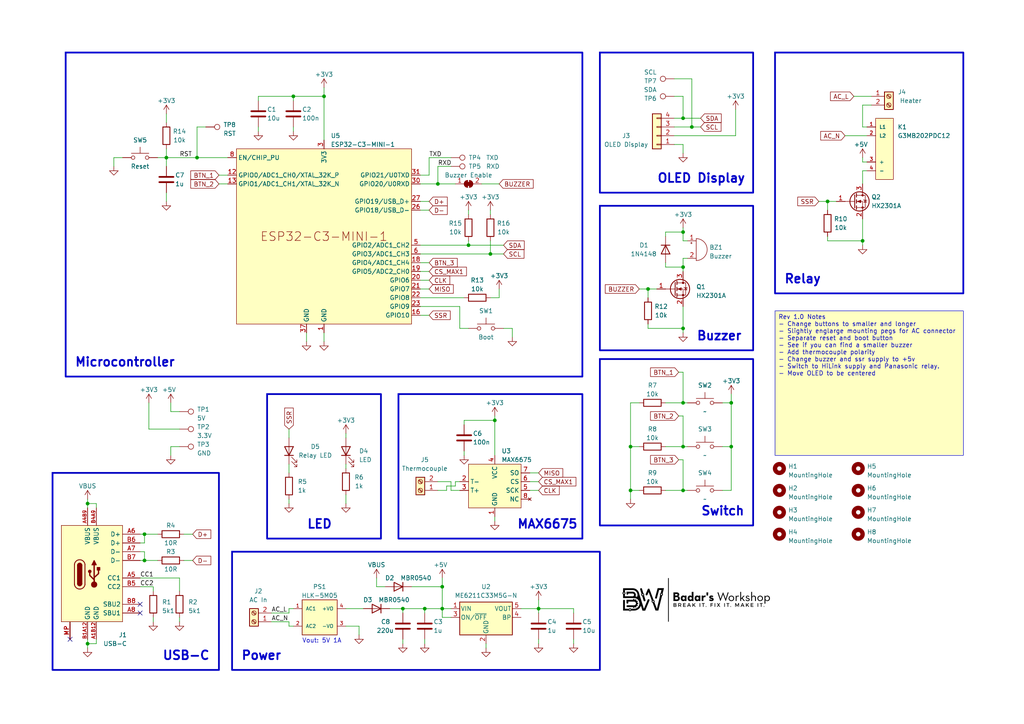
<source format=kicad_sch>
(kicad_sch (version 20230121) (generator eeschema)
  (paper "A4")
  (title_block (title "PCB Reflow Hot Plate") (date "2023-04-13") (rev "1.1"))
  (junction (at 198.12 77.47))
  (junction (at 135.89 71.12))
  (junction (at 198.12 95.25))
  (junction (at 127 53.34))
  (junction (at 128.27 176.53))
  (junction (at 48.26 45.72))
  (junction (at 212.09 129.54))
  (junction (at 212.09 116.84))
  (junction (at 128.27 170.18))
  (junction (at 41.91 154.94))
  (junction (at 182.88 142.24))
  (junction (at 200.66 36.83))
  (junction (at 123.19 176.53))
  (junction (at 182.88 129.54))
  (junction (at 156.21 176.53))
  (junction (at 25.4 186.69))
  (junction (at 143.51 121.92))
  (junction (at 187.96 83.82))
  (junction (at 250.19 69.85))
  (junction (at 198.12 34.29))
  (junction (at 142.24 73.66))
  (junction (at 198.12 67.31))
  (junction (at 198.12 129.54))
  (junction (at 240.03 58.42))
  (junction (at 198.12 142.24))
  (junction (at 85.09 27.94))
  (junction (at 198.12 116.84))
  (junction (at 57.15 45.72))
  (junction (at 116.84 176.53))
  (junction (at 41.91 162.56))
  (junction (at 93.98 27.94))
  (junction (at 25.4 146.05))
  (no_connect (at 20.32 185.42))
  (no_connect (at 40.64 175.26))
  (no_connect (at 40.64 177.8))
  (wire (pts (xy 41.91 162.56) (xy 45.72 162.56)))
  (wire (pts (xy 129.54 142.24) (xy 129.54 140.97)))
  (wire (pts (xy 128.27 167.64) (xy 128.27 170.18)))
  (wire (pts (xy 251.46 46.99) (xy 250.19 46.99)))
  (wire (pts (xy 48.26 45.72) (xy 57.15 45.72)))
  (wire (pts (xy 250.19 46.99) (xy 250.19 45.72)))
  (wire (pts (xy 193.04 116.84) (xy 198.12 116.84)))
  (wire (pts (xy 199.39 69.85) (xy 198.12 69.85)))
  (wire (pts (xy 116.84 176.53) (xy 123.19 176.53)))
  (wire (pts (xy 190.5 83.82) (xy 187.96 83.82)))
  (wire (pts (xy 140.97 187.96) (xy 140.97 186.69)))
  (wire (pts (xy 156.21 176.53) (xy 156.21 177.8)))
  (wire (pts (xy 185.42 142.24) (xy 182.88 142.24)))
  (wire (pts (xy 88.9 96.52) (xy 88.9 99.06)))
  (wire (pts (xy 195.58 22.86) (xy 200.66 22.86)))
  (wire (pts (xy 193.04 67.31) (xy 198.12 67.31)))
  (wire (pts (xy 40.64 160.02) (xy 41.91 160.02)))
  (wire (pts (xy 121.92 71.12) (xy 135.89 71.12)))
  (wire (pts (xy 25.4 185.42) (xy 25.4 186.69)))
  (wire (pts (xy 198.12 107.95) (xy 198.12 116.84)))
  (wire (pts (xy 27.94 146.05) (xy 25.4 146.05)))
  (wire (pts (xy 63.5 50.8) (xy 66.04 50.8)))
  (wire (pts (xy 35.56 45.72) (xy 33.02 45.72)))
  (wire (pts (xy 134.62 121.92) (xy 143.51 121.92)))
  (wire (pts (xy 198.12 78.74) (xy 198.12 77.47)))
  (wire (pts (xy 193.04 76.2) (xy 193.04 77.47)))
  (wire (pts (xy 182.88 142.24) (xy 182.88 144.78)))
  (wire (pts (xy 187.96 95.25) (xy 198.12 95.25)))
  (wire (pts (xy 212.09 114.3) (xy 212.09 116.84)))
  (wire (pts (xy 27.94 186.69) (xy 25.4 186.69)))
  (wire (pts (xy 41.91 157.48) (xy 41.91 154.94)))
  (wire (pts (xy 128.27 170.18) (xy 119.38 170.18)))
  (wire (pts (xy 74.93 29.21) (xy 74.93 27.94)))
  (wire (pts (xy 74.93 27.94) (xy 85.09 27.94)))
  (wire (pts (xy 121.92 81.28) (xy 124.46 81.28)))
  (wire (pts (xy 57.15 45.72) (xy 66.04 45.72)))
  (wire (pts (xy 153.67 139.7) (xy 156.21 139.7)))
  (wire (pts (xy 128.27 170.18) (xy 128.27 176.53)))
  (wire (pts (xy 193.04 142.24) (xy 198.12 142.24)))
  (wire (pts (xy 193.04 129.54) (xy 198.12 129.54)))
  (wire (pts (xy 100.33 181.61) (xy 104.14 181.61)))
  (wire (pts (xy 121.92 78.74) (xy 124.46 78.74)))
  (wire (pts (xy 198.12 95.25) (xy 198.12 88.9)))
  (wire (pts (xy 250.19 49.53) (xy 251.46 49.53)))
  (wire (pts (xy 134.62 132.08) (xy 134.62 130.81)))
  (wire (pts (xy 130.81 179.07) (xy 128.27 179.07)))
  (wire (pts (xy 250.19 30.48) (xy 250.19 36.83)))
  (wire (pts (xy 49.53 132.08) (xy 49.53 129.54)))
  (wire (pts (xy 44.45 179.07) (xy 44.45 180.34)))
  (wire (pts (xy 43.18 124.46) (xy 43.18 116.84)))
  (wire (pts (xy 124.46 45.72) (xy 130.81 45.72)))
  (wire (pts (xy 121.92 91.44) (xy 124.46 91.44)))
  (wire (pts (xy 198.12 66.04) (xy 198.12 67.31)))
  (wire (pts (xy 83.82 124.46) (xy 83.82 127)))
  (wire (pts (xy 109.22 170.18) (xy 109.22 167.64)))
  (wire (pts (xy 116.84 185.42) (xy 116.84 186.69)))
  (wire (pts (xy 57.15 36.83) (xy 57.15 45.72)))
  (wire (pts (xy 212.09 116.84) (xy 212.09 129.54)))
  (wire (pts (xy 124.46 50.8) (xy 124.46 45.72)))
  (wire (pts (xy 187.96 93.98) (xy 187.96 95.25)))
  (wire (pts (xy 127 48.26) (xy 127 53.34)))
  (wire (pts (xy 185.42 116.84) (xy 182.88 116.84)))
  (wire (pts (xy 250.19 63.5) (xy 250.19 69.85)))
  (wire (pts (xy 53.34 162.56) (xy 55.88 162.56)))
  (wire (pts (xy 240.03 60.96) (xy 240.03 58.42)))
  (wire (pts (xy 121.92 58.42) (xy 124.46 58.42)))
  (wire (pts (xy 121.92 86.36) (xy 134.62 86.36)))
  (wire (pts (xy 40.64 157.48) (xy 41.91 157.48)))
  (wire (pts (xy 198.12 96.52) (xy 198.12 95.25)))
  (wire (pts (xy 198.12 142.24) (xy 199.39 142.24)))
  (wire (pts (xy 78.74 177.8) (xy 83.82 177.8)))
  (wire (pts (xy 198.12 69.85) (xy 198.12 67.31)))
  (wire (pts (xy 121.92 53.34) (xy 127 53.34)))
  (wire (pts (xy 148.59 95.25) (xy 148.59 97.79)))
  (wire (pts (xy 237.49 58.42) (xy 240.03 58.42)))
  (wire (pts (xy 41.91 154.94) (xy 45.72 154.94)))
  (wire (pts (xy 49.53 119.38) (xy 49.53 116.84)))
  (wire (pts (xy 133.35 95.25) (xy 135.89 95.25)))
  (wire (pts (xy 166.37 176.53) (xy 156.21 176.53)))
  (wire (pts (xy 198.12 44.45) (xy 198.12 41.91)))
  (wire (pts (xy 121.92 83.82) (xy 124.46 83.82)))
  (wire (pts (xy 129.54 140.97) (xy 132.08 140.97)))
  (wire (pts (xy 252.73 30.48) (xy 250.19 30.48)))
  (wire (pts (xy 213.36 39.37) (xy 213.36 31.75)))
  (wire (pts (xy 240.03 69.85) (xy 250.19 69.85)))
  (wire (pts (xy 27.94 185.42) (xy 27.94 186.69)))
  (wire (pts (xy 182.88 129.54) (xy 182.88 142.24)))
  (wire (pts (xy 144.78 86.36) (xy 142.24 86.36)))
  (wire (pts (xy 212.09 142.24) (xy 209.55 142.24)))
  (wire (pts (xy 193.04 68.58) (xy 193.04 67.31)))
  (wire (pts (xy 59.69 36.83) (xy 57.15 36.83)))
  (wire (pts (xy 127 139.7) (xy 130.81 139.7)))
  (wire (pts (xy 48.26 33.02) (xy 48.26 35.56)))
  (wire (pts (xy 83.82 180.34) (xy 83.82 181.61)))
  (wire (pts (xy 93.98 96.52) (xy 93.98 99.06)))
  (wire (pts (xy 83.82 181.61) (xy 85.09 181.61)))
  (wire (pts (xy 143.51 121.92) (xy 143.51 132.08)))
  (wire (pts (xy 63.5 53.34) (xy 66.04 53.34)))
  (wire (pts (xy 93.98 25.4) (xy 93.98 27.94)))
  (wire (pts (xy 156.21 173.99) (xy 156.21 176.53)))
  (wire (pts (xy 195.58 27.94) (xy 198.12 27.94)))
  (wire (pts (xy 100.33 146.05) (xy 100.33 143.51)))
  (wire (pts (xy 127 142.24) (xy 129.54 142.24)))
  (wire (pts (xy 121.92 60.96) (xy 124.46 60.96)))
  (wire (pts (xy 240.03 58.42) (xy 242.57 58.42)))
  (wire (pts (xy 209.55 129.54) (xy 212.09 129.54)))
  (wire (pts (xy 212.09 129.54) (xy 212.09 142.24)))
  (wire (pts (xy 195.58 34.29) (xy 198.12 34.29)))
  (wire (pts (xy 100.33 134.62) (xy 100.33 135.89)))
  (wire (pts (xy 83.82 177.8) (xy 83.82 176.53)))
  (wire (pts (xy 198.12 129.54) (xy 199.39 129.54)))
  (wire (pts (xy 121.92 88.9) (xy 133.35 88.9)))
  (wire (pts (xy 198.12 120.65) (xy 198.12 129.54)))
  (wire (pts (xy 166.37 177.8) (xy 166.37 176.53)))
  (wire (pts (xy 121.92 73.66) (xy 142.24 73.66)))
  (wire (pts (xy 139.7 53.34) (xy 144.78 53.34)))
  (wire (pts (xy 143.51 120.65) (xy 143.51 121.92)))
  (wire (pts (xy 100.33 125.73) (xy 100.33 127)))
  (wire (pts (xy 85.09 27.94) (xy 93.98 27.94)))
  (wire (pts (xy 27.94 147.32) (xy 27.94 146.05)))
  (wire (pts (xy 187.96 83.82) (xy 187.96 86.36)))
  (wire (pts (xy 40.64 170.18) (xy 44.45 170.18)))
  (wire (pts (xy 132.08 140.97) (xy 132.08 139.7)))
  (wire (pts (xy 196.85 133.35) (xy 198.12 133.35)))
  (wire (pts (xy 127 53.34) (xy 132.08 53.34)))
  (wire (pts (xy 48.26 43.18) (xy 48.26 45.72)))
  (wire (pts (xy 41.91 160.02) (xy 41.91 162.56)))
  (wire (pts (xy 133.35 88.9) (xy 133.35 95.25)))
  (wire (pts (xy 143.51 151.13) (xy 143.51 149.86)))
  (wire (pts (xy 185.42 83.82) (xy 187.96 83.82)))
  (wire (pts (xy 74.93 38.1) (xy 74.93 36.83)))
  (wire (pts (xy 52.07 167.64) (xy 52.07 171.45)))
  (wire (pts (xy 93.98 27.94) (xy 93.98 40.64)))
  (wire (pts (xy 44.45 170.18) (xy 44.45 171.45)))
  (wire (pts (xy 48.26 58.42) (xy 48.26 55.88)))
  (wire (pts (xy 142.24 73.66) (xy 146.05 73.66)))
  (wire (pts (xy 41.91 162.56) (xy 40.64 162.56)))
  (wire (pts (xy 198.12 74.93) (xy 199.39 74.93)))
  (wire (pts (xy 49.53 129.54) (xy 52.07 129.54)))
  (wire (pts (xy 142.24 60.96) (xy 142.24 62.23)))
  (wire (pts (xy 134.62 123.19) (xy 134.62 121.92)))
  (wire (pts (xy 135.89 71.12) (xy 146.05 71.12)))
  (wire (pts (xy 78.74 180.34) (xy 83.82 180.34)))
  (wire (pts (xy 85.09 29.21) (xy 85.09 27.94)))
  (wire (pts (xy 144.78 86.36) (xy 144.78 83.82)))
  (wire (pts (xy 250.19 49.53) (xy 250.19 53.34)))
  (wire (pts (xy 130.81 142.24) (xy 130.81 139.7)))
  (wire (pts (xy 198.12 41.91) (xy 195.58 41.91)))
  (wire (pts (xy 135.89 60.96) (xy 135.89 62.23)))
  (wire (pts (xy 209.55 116.84) (xy 212.09 116.84)))
  (wire (pts (xy 198.12 133.35) (xy 198.12 142.24)))
  (wire (pts (xy 132.08 139.7) (xy 133.35 139.7)))
  (wire (pts (xy 52.07 124.46) (xy 43.18 124.46)))
  (wire (pts (xy 251.46 36.83) (xy 250.19 36.83)))
  (wire (pts (xy 83.82 146.05) (xy 83.82 144.78)))
  (wire (pts (xy 195.58 36.83) (xy 200.66 36.83)))
  (wire (pts (xy 83.82 176.53) (xy 85.09 176.53)))
  (wire (pts (xy 247.65 27.94) (xy 252.73 27.94)))
  (wire (pts (xy 250.19 69.85) (xy 250.19 71.12)))
  (wire (pts (xy 123.19 176.53) (xy 123.19 177.8)))
  (wire (pts (xy 128.27 179.07) (xy 128.27 176.53)))
  (wire (pts (xy 100.33 176.53) (xy 105.41 176.53)))
  (wire (pts (xy 33.02 45.72) (xy 33.02 48.26)))
  (wire (pts (xy 127 48.26) (xy 130.81 48.26)))
  (wire (pts (xy 48.26 45.72) (xy 48.26 48.26)))
  (wire (pts (xy 130.81 176.53) (xy 128.27 176.53)))
  (wire (pts (xy 146.05 95.25) (xy 148.59 95.25)))
  (wire (pts (xy 135.89 69.85) (xy 135.89 71.12)))
  (wire (pts (xy 121.92 50.8) (xy 124.46 50.8)))
  (wire (pts (xy 25.4 146.05) (xy 25.4 147.32)))
  (wire (pts (xy 195.58 39.37) (xy 213.36 39.37)))
  (wire (pts (xy 123.19 185.42) (xy 123.19 186.69)))
  (wire (pts (xy 185.42 129.54) (xy 182.88 129.54)))
  (wire (pts (xy 45.72 45.72) (xy 48.26 45.72)))
  (wire (pts (xy 196.85 107.95) (xy 198.12 107.95)))
  (wire (pts (xy 85.09 38.1) (xy 85.09 36.83)))
  (wire (pts (xy 104.14 181.61) (xy 104.14 184.15)))
  (wire (pts (xy 111.76 170.18) (xy 109.22 170.18)))
  (wire (pts (xy 133.35 142.24) (xy 130.81 142.24)))
  (wire (pts (xy 113.03 176.53) (xy 116.84 176.53)))
  (wire (pts (xy 193.04 77.47) (xy 198.12 77.47)))
  (wire (pts (xy 123.19 176.53) (xy 128.27 176.53)))
  (wire (pts (xy 116.84 176.53) (xy 116.84 177.8)))
  (wire (pts (xy 182.88 116.84) (xy 182.88 129.54)))
  (wire (pts (xy 198.12 77.47) (xy 198.12 74.93)))
  (wire (pts (xy 200.66 36.83) (xy 203.2 36.83)))
  (wire (pts (xy 40.64 167.64) (xy 52.07 167.64)))
  (wire (pts (xy 25.4 186.69) (xy 25.4 187.96)))
  (wire (pts (xy 153.67 142.24) (xy 156.21 142.24)))
  (wire (pts (xy 53.34 154.94) (xy 55.88 154.94)))
  (wire (pts (xy 151.13 176.53) (xy 156.21 176.53)))
  (wire (pts (xy 25.4 144.78) (xy 25.4 146.05)))
  (wire (pts (xy 198.12 34.29) (xy 203.2 34.29)))
  (wire (pts (xy 198.12 27.94) (xy 198.12 34.29)))
  (wire (pts (xy 40.64 154.94) (xy 41.91 154.94)))
  (wire (pts (xy 166.37 185.42) (xy 166.37 186.69)))
  (wire (pts (xy 142.24 69.85) (xy 142.24 73.66)))
  (wire (pts (xy 198.12 116.84) (xy 199.39 116.84)))
  (wire (pts (xy 121.92 76.2) (xy 124.46 76.2)))
  (wire (pts (xy 52.07 119.38) (xy 49.53 119.38)))
  (wire (pts (xy 156.21 185.42) (xy 156.21 186.69)))
  (wire (pts (xy 240.03 68.58) (xy 240.03 69.85)))
  (wire (pts (xy 52.07 180.34) (xy 52.07 179.07)))
  (wire (pts (xy 245.11 39.37) (xy 251.46 39.37)))
  (wire (pts (xy 153.67 137.16) (xy 156.21 137.16)))
  (wire (pts (xy 200.66 22.86) (xy 200.66 36.83)))
  (wire (pts (xy 83.82 137.16) (xy 83.82 134.62)))
  (wire (pts (xy 196.85 120.65) (xy 198.12 120.65)))
  (rectangle (start 173.99 104.14) (end 218.44 152.4) (stroke (width 0.508)))
  (rectangle (start 115.57 114.3) (end 168.91 156.21) (stroke (width 0.508)))
  (rectangle (start 19.05 15.24) (end 168.91 109.22) (stroke (width 0.508)))
  (rectangle (start 77.47 114.3) (end 110.49 156.21) (stroke (width 0.508)))
  (rectangle (start 15.24 137.16) (end 63.5 194.31) (stroke (width 0.508)))
  (rectangle (start 173.99 59.69) (end 218.44 101.6) (stroke (width 0.508)))
  (rectangle (start 173.99 15.24) (end 218.44 55.88) (stroke (width 0.508)))
  (rectangle (start 67.31 160.02) (end 173.99 194.31) (stroke (width 0.508)))
  (rectangle (start 224.79 15.24) (end 279.4 85.09) (stroke (width 0.508)))
  (image (at 201.93 173.99) (scale 0.319179))
  (text_box "Rev 1.0 Notes\n- Change buttons to smaller and longer\n- Slightly englarge mounting pegs for AC connector\n- Separate reset and boot button\n- See if you can find a smaller buzzer\n- Add thermocouple polarity\n- Change buzzer and ssr supply to +5v\n- Switch to HiLink supply and Panasonic relay. \n- Move OLED to be centered\n\n" (at 224.79 90.17 0) (size 54.61 41.91) (fill (type color) (color 255 255 194 1)) (effects (font (size 1.27 1.27)) (justify left top)))
  (text "LED" (at 88.9 153.67 0) (effects (font (size 2.54 2.54) (thickness 0.508) bold) (justify left bottom)))
  (text "USB-C" (at 46.99 191.77 0) (effects (font (size 2.54 2.54) (thickness 0.508) bold) (justify left bottom)))
  (text "Power" (at 69.85 191.77 0) (effects (font (size 2.54 2.54) (thickness 0.508) bold) (justify left bottom)))
  (text "Relay" (at 227.33 82.55 0) (effects (font (size 2.54 2.54) (thickness 0.508) bold) (justify left bottom)))
  (text "Switch" (at 203.2 149.86 0) (effects (font (size 2.54 2.54) (thickness 0.508) bold) (justify left bottom)))
  (text "MAX6675" (at 149.86 153.67 0) (effects (font (size 2.54 2.54) (thickness 0.508) bold) (justify left bottom)))
  (text "Vout: 5V 1A" (at 87.63 186.69 0) (effects (font (size 1.27 1.27)) (justify left bottom)))
  (text "Microcontroller" (at 21.59 106.68 0) (effects (font (size 2.54 2.54) (thickness 0.508) bold) (justify left bottom)))
  (text "Buzzer" (at 201.93 99.06 0) (effects (font (size 2.54 2.54) (thickness 0.508) bold) (justify left bottom)))
  (text "OLED Display" (at 190.5 53.34 0) (effects (font (size 2.54 2.54) (thickness 0.508) bold) (justify left bottom)))
  (label "RST" (at 52.07 45.72 0))
  (label "CC1" (at 40.64 167.64 0))
  (label "RXD" (at 127 48.26 0))
  (label "AC_N" (at 78.74 180.34 0))
  (label "TXD" (at 124.46 45.72 0))
  (label "CC2" (at 40.64 170.18 0))
  (label "AC_L" (at 78.74 177.8 0))
  (global_label "SSR" (shape input) (at 237.49 58.42 180) (property "Intersheetrefs" "${INTERSHEET_REFS}" (effects hide)))
  (global_label "D+" (shape input) (at 124.46 58.42 0) (property "Intersheetrefs" "${INTERSHEET_REFS}" (effects hide)))
  (global_label "SDA" (shape input) (at 203.2 34.29 0) (property "Intersheetrefs" "${INTERSHEET_REFS}" (effects hide)))
  (global_label "BTN_2" (shape input) (at 63.5 53.34 180) (property "Intersheetrefs" "${INTERSHEET_REFS}" (effects hide)))
  (global_label "SCL" (shape input) (at 146.05 73.66 0) (property "Intersheetrefs" "${INTERSHEET_REFS}" (effects hide)))
  (global_label "CS_MAX1" (shape input) (at 124.46 78.74 0) (property "Intersheetrefs" "${INTERSHEET_REFS}" (effects hide)))
  (global_label "D-" (shape input) (at 55.88 162.56 0) (property "Intersheetrefs" "${INTERSHEET_REFS}" (effects hide)))
  (global_label "SSR" (shape input) (at 83.82 124.46 90) (property "Intersheetrefs" "${INTERSHEET_REFS}" (effects hide)))
  (global_label "BUZZER" (shape input) (at 144.78 53.34 0) (property "Intersheetrefs" "${INTERSHEET_REFS}" (effects hide)))
  (global_label "SCL" (shape input) (at 203.2 36.83 0) (property "Intersheetrefs" "${INTERSHEET_REFS}" (effects hide)))
  (global_label "AC_L" (shape input) (at 247.65 27.94 180) (property "Intersheetrefs" "${INTERSHEET_REFS}" (effects hide)))
  (global_label "BTN_1" (shape input) (at 63.5 50.8 180) (property "Intersheetrefs" "${INTERSHEET_REFS}" (effects hide)))
  (global_label "D+" (shape input) (at 55.88 154.94 0) (property "Intersheetrefs" "${INTERSHEET_REFS}" (effects hide)))
  (global_label "BUZZER" (shape input) (at 185.42 83.82 180) (property "Intersheetrefs" "${INTERSHEET_REFS}" (effects hide)))
  (global_label "BTN_3" (shape input) (at 124.46 76.2 0) (property "Intersheetrefs" "${INTERSHEET_REFS}" (effects hide)))
  (global_label "MISO" (shape input) (at 124.46 83.82 0) (property "Intersheetrefs" "${INTERSHEET_REFS}" (effects hide)))
  (global_label "AC_N" (shape input) (at 245.11 39.37 180) (property "Intersheetrefs" "${INTERSHEET_REFS}" (effects hide)))
  (global_label "D-" (shape input) (at 124.46 60.96 0) (property "Intersheetrefs" "${INTERSHEET_REFS}" (effects hide)))
  (global_label "BTN_2" (shape input) (at 196.85 120.65 180) (property "Intersheetrefs" "${INTERSHEET_REFS}" (effects hide)))
  (global_label "SSR" (shape input) (at 124.46 91.44 0) (property "Intersheetrefs" "${INTERSHEET_REFS}" (effects hide)))
  (global_label "SDA" (shape input) (at 146.05 71.12 0) (property "Intersheetrefs" "${INTERSHEET_REFS}" (effects hide)))
  (global_label "BTN_1" (shape input) (at 196.85 107.95 180) (property "Intersheetrefs" "${INTERSHEET_REFS}" (effects hide)))
  (global_label "CLK" (shape input) (at 124.46 81.28 0) (property "Intersheetrefs" "${INTERSHEET_REFS}" (effects hide)))
  (global_label "MISO" (shape input) (at 156.21 137.16 0) (property "Intersheetrefs" "${INTERSHEET_REFS}" (effects hide)))
  (global_label "BTN_3" (shape input) (at 196.85 133.35 180) (property "Intersheetrefs" "${INTERSHEET_REFS}" (effects hide)))
  (global_label "CS_MAX1" (shape input) (at 156.21 139.7 0) (property "Intersheetrefs" "${INTERSHEET_REFS}" (effects hide)))
  (global_label "CLK" (shape input) (at 156.21 142.24 0) (property "Intersheetrefs" "${INTERSHEET_REFS}" (effects hide)))
  (symbol (lib_id "power:GND") (at 140.97 187.96 0) (unit 1)
    (property "Reference" "#PWR040" (effects hide))
    (property "Value" "GND" (effects hide))
  )
  (symbol (lib_id "Device:R") (at 48.26 39.37 0) (unit 1)
    (property "Reference" "R14" (at 52.07 38.1 0))
    (property "Value" "10k" (at 52.07 40.64 0))
    (property "Footprint" "Resistor_SMD:R_0402_1005Metric" (effects hide))
    (property "LCSC Part Number" "C98220" (effects hide))
    (property "Manufacturer" "YAGEO" (effects hide))
    (property "Part Number" "RC0603FR-0710KL" (effects hide))
  )
  (symbol (lib_id "Transistor_FET:IRLML2060") (at 247.65 58.42 0) (unit 1)
    (property "Reference" "Q2" (at 252.73 57.15 0) (effects (justify left)))
    (property "Value" "HX2301A" (at 252.73 59.69 0) (effects (justify left)))
    (property "Footprint" "Package_TO_SOT_SMD:SOT-23" (effects hide))
    (property "Datasheet" "https://datasheet.lcsc.com/lcsc/1912111437_HX-hengjiaxing-HX2301A_C296298.pdf" (effects hide))
    (property "LCSC Part Number" "C296298" (effects hide))
    (property "Manufacturer" "HX" (effects hide))
    (property "Part Number" "HX2301A" (effects hide))
  )
  (symbol (lib_id "Device:R") (at 138.43 86.36 270) (unit 1)
    (property "Reference" "R13" (at 138.43 81.28 90))
    (property "Value" "10k" (at 138.43 83.82 90))
    (property "Footprint" "Resistor_SMD:R_0402_1005Metric" (effects hide))
    (property "LCSC Part Number" "C98220" (effects hide))
    (property "Manufacturer" "YAGEO" (effects hide))
    (property "Part Number" "RC0603FR-0710KL" (effects hide))
  )
  (symbol (lib_id "power:+3V3") (at 212.09 114.3 0) (unit 1)
    (property "Reference" "#PWR036" (effects hide))
    (property "Value" "+3V3" (at 212.09 110.49 0))
  )
  (symbol (lib_id "power:GND") (at 33.02 48.26 0) (unit 1)
    (property "Reference" "#PWR08" (effects hide))
    (property "Value" "GND" (effects hide))
  )
  (symbol (lib_id "Mechanical:MountingHole") (at 248.92 142.24 0) (unit 1) (in_bom no)
    (property "Reference" "H6" (at 251.46 141.605 0) (effects (justify left)))
    (property "Value" "MountingHole" (at 251.46 144.145 0) (effects (justify left)))
    (property "Footprint" "MountingHole:MountingHole_2.2mm_M2_Pad" (effects hide))
  )
  (symbol (lib_id "Espressif:ESP32-C3-MINI-1") (at 93.98 68.58 0) (unit 1)
    (property "Reference" "U5" (at 95.9359 39.37 0) (effects (justify left)))
    (property "Value" "ESP32-C3-MINI-1" (at 95.9359 41.91 0) (effects (justify left)))
    (property "Footprint" "Espressif:ESP32-C3-MINI-1" (effects hide))
    (property "Datasheet" "https://www.espressif.com/sites/default/files/documentation/esp32-c3-mini-1_datasheet_en.pdf" (effects hide))
    (property "LCSC Part Number" "C5290152" (effects hide))
    (property "Manufacturer" "Espressif Systems" (effects hide))
    (property "Part Number" "ESP32-C3-MINI-1-N4" (effects hide))
  )
  (symbol (lib_id "Jumper:SolderJumper_2_Bridged") (at 135.89 53.34 0) (unit 1) (in_bom no)
    (property "Reference" "JP1" (effects hide))
    (property "Value" "Buzzer Enable" (at 135.89 50.8 0))
    (property "Footprint" "Jumper:SolderJumper-2_P1.3mm_Bridged_RoundedPad1.0x1.5mm" (effects hide))
  )
  (symbol (lib_id "Device:R") (at 49.53 154.94 90) (unit 1)
    (property "Reference" "R4" (at 49.53 152.4 90))
    (property "Value" "10R" (at 49.53 157.48 90))
    (property "Footprint" "Resistor_SMD:R_0402_1005Metric" (effects hide))
    (property "LCSC Part Number" "C138066" (effects hide))
    (property "Manufacturer" "YAGEO" (effects hide))
    (property "Part Number" "RC0402FR-0710RL" (effects hide))
  )
  (symbol (lib_id "power:GND") (at 100.33 146.05 0) (unit 1)
    (property "Reference" "#PWR046" (effects hide))
    (property "Value" "GND" (effects hide))
  )
  (symbol (lib_id "Mechanical:MountingHole") (at 248.92 135.89 0) (unit 1) (in_bom no)
    (property "Reference" "H5" (at 251.46 135.255 0) (effects (justify left)))
    (property "Value" "MountingHole" (at 251.46 137.795 0) (effects (justify left)))
    (property "Footprint" "MountingHole:MountingHole_2.2mm_M2_Pad" (effects hide))
  )
  (symbol (lib_id "power:GND") (at 198.12 96.52 0) (unit 1)
    (property "Reference" "#PWR033" (effects hide))
    (property "Value" "GND" (effects hide))
  )
  (symbol (lib_id "Switch:SW_Push") (at 204.47 116.84 0) (unit 1)
    (property "Reference" "SW2" (at 204.47 111.76 0))
    (property "Value" "~" (at 204.47 119.38 0))
    (property "Footprint" "pcb-reflow-hot-plate:TL3305AF260QG" (effects hide))
    (property "LCSC Part Number" "C843607" (effects hide))
    (property "Manufacturer" "G-Switch" (effects hide))
    (property "Part Number" "GT-TC074B-H050-L1" (effects hide))
  )
  (symbol (lib_id "Device:D") (at 193.04 72.39 270) (unit 1)
    (property "Reference" "D1" (at 185.42 71.12 90) (effects (justify left)))
    (property "Value" "1N4148" (at 182.88 73.66 90) (effects (justify left)))
    (property "Footprint" "Diode_SMD:D_SOD-123" (effects hide))
    (property "LCSC Part Number" "C83528" (effects hide))
    (property "Manufacturer" "Diodes Incorporated" (effects hide))
    (property "Part Number" "1N4148W-7-F" (effects hide))
  )
  (symbol (lib_id "Transistor_FET:IRLML2060") (at 195.58 83.82 0) (unit 1)
    (property "Reference" "Q1" (at 201.93 83.185 0) (effects (justify left)))
    (property "Value" "HX2301A" (at 201.93 85.725 0) (effects (justify left)))
    (property "Footprint" "Package_TO_SOT_SMD:SOT-23" (effects hide))
    (property "Datasheet" "https://datasheet.lcsc.com/lcsc/1912111437_HX-hengjiaxing-HX2301A_C296298.pdf" (effects hide))
    (property "LCSC Part Number" "C296298" (effects hide))
    (property "Manufacturer" "HX" (effects hide))
    (property "Part Number" "HX2301A" (effects hide))
  )
  (symbol (lib_id "Connector:TestPoint") (at 52.07 129.54 270) (unit 1) (in_bom no)
    (property "Reference" "TP3" (at 57.15 128.905 90) (effects (justify left)))
    (property "Value" "GND" (at 57.15 131.445 90) (effects (justify left)))
    (property "Footprint" "TestPoint:TestPoint_Pad_D1.5mm" (effects hide))
  )
  (symbol (lib_id "power:+5V") (at 49.53 116.84 0) (unit 1)
    (property "Reference" "#PWR012" (effects hide))
    (property "Value" "+5V" (at 46.99 113.03 0) (effects (justify left)))
  )
  (symbol (lib_id "Connector:TestPoint") (at 195.58 27.94 90) (unit 1) (in_bom no)
    (property "Reference" "TP6" (at 190.5 28.575 90) (effects (justify left)))
    (property "Value" "SDA" (at 190.5 26.035 90) (effects (justify left)))
    (property "Footprint" "TestPoint:TestPoint_Pad_D1.5mm" (effects hide))
  )
  (symbol (lib_id "power:GND") (at 44.45 180.34 0) (unit 1)
    (property "Reference" "#PWR022" (effects hide))
    (property "Value" "GND" (effects hide))
  )
  (symbol (lib_id "Switch:SW_Push") (at 204.47 142.24 0) (unit 1)
    (property "Reference" "SW4" (at 204.47 137.16 0))
    (property "Value" "~" (at 204.47 144.78 0))
    (property "Footprint" "pcb-reflow-hot-plate:TL3305AF260QG" (effects hide))
    (property "LCSC Part Number" "C843607" (effects hide))
    (property "Manufacturer" "G-Switch" (effects hide))
    (property "Part Number" "GT-TC074B-H050-L1" (effects hide))
  )
  (symbol (lib_id "power:GND") (at 85.09 38.1 0) (unit 1)
    (property "Reference" "#PWR029" (effects hide))
    (property "Value" "GND" (effects hide))
  )
  (symbol (lib_id "power:GND") (at 148.59 97.79 0) (unit 1)
    (property "Reference" "#PWR06" (effects hide))
    (property "Value" "GND" (effects hide))
  )
  (symbol (lib_id "Connector:Screw_Terminal_01x02") (at 257.81 27.94 0) (unit 1)
    (property "Reference" "J4" (at 261.62 26.67 0))
    (property "Value" "Heater" (at 264.16 29.21 0))
    (property "Footprint" "TerminalBlock_RND:TerminalBlock_RND_205-00001_1x02_P5.00mm_Horizontal" (effects hide))
    (property "LCSC Part Number" "C395860" (effects hide))
    (property "Manufacturer" "DIBO" (effects hide))
    (property "Part Number" "DB128V-5.0-2P-GN-S" (effects hide))
  )
  (symbol (lib_id "power:GND") (at 156.21 186.69 0) (unit 1)
    (property "Reference" "#PWR043" (effects hide))
    (property "Value" "GND" (effects hide))
  )
  (symbol (lib_id "Switch:SW_Push") (at 40.64 45.72 0) (unit 1)
    (property "Reference" "SW5" (at 40.64 40.64 0))
    (property "Value" "Reset" (at 40.64 48.26 0))
    (property "Footprint" "pcb-reflow-hot-plate:GT-TC034F-H018-L1" (effects hide))
    (property "LCSC Part Number" "C2835023" (effects hide))
    (property "Manufacturer" "G-Switch" (effects hide))
    (property "Part Number" "GT-TC034F-H018-L1" (effects hide))
  )
  (symbol (lib_id "Device:R") (at 52.07 175.26 0) (unit 1)
    (property "Reference" "R2" (at 54.61 174.625 0) (effects (justify left)))
    (property "Value" "5k1" (at 54.61 177.165 0) (effects (justify left)))
    (property "Footprint" "Resistor_SMD:R_0402_1005Metric" (effects hide))
    (property "LCSC Part Number" "C105872" (effects hide))
    (property "Manufacturer" "YAGEO" (effects hide))
    (property "Part Number" "RC0402FR-075K1L" (effects hide))
  )
  (symbol (lib_id "power:+3V3") (at 198.12 66.04 0) (unit 1)
    (property "Reference" "#PWR034" (effects hide))
    (property "Value" "+3V3" (at 198.12 62.23 0))
  )
  (symbol (lib_id "Connector:TestPoint") (at 130.81 48.26 270) (unit 1) (in_bom no)
    (property "Reference" "TP5" (at 135.89 48.26 90) (effects (justify left)))
    (property "Value" "RXD" (at 140.97 48.26 90) (effects (justify left)))
    (property "Footprint" "TestPoint:TestPoint_Pad_D1.5mm" (effects hide))
  )
  (symbol (lib_id "Device:R") (at 142.24 66.04 0) (unit 1)
    (property "Reference" "R16" (at 146.05 64.77 0))
    (property "Value" "10k" (at 146.05 67.31 0))
    (property "Footprint" "Resistor_SMD:R_0402_1005Metric" (effects hide))
    (property "LCSC Part Number" "C98220" (effects hide))
    (property "Manufacturer" "YAGEO" (effects hide))
    (property "Part Number" "RC0603FR-0710KL" (effects hide))
  )
  (symbol (lib_id "power:GND") (at 93.98 99.06 0) (unit 1)
    (property "Reference" "#PWR026" (effects hide))
    (property "Value" "GND" (effects hide))
  )
  (symbol (lib_id "power:VBUS") (at 25.4 144.78 0) (unit 1)
    (property "Reference" "#PWR021" (effects hide))
    (property "Value" "VBUS" (at 25.4 140.97 0))
  )
  (symbol (lib_id "power:GND") (at 143.51 151.13 0) (unit 1)
    (property "Reference" "#PWR049" (effects hide))
    (property "Value" "GND" (effects hide))
  )
  (symbol (lib_id "power:GND") (at 74.93 38.1 0) (unit 1)
    (property "Reference" "#PWR028" (effects hide))
    (property "Value" "GND" (effects hide))
  )
  (symbol (lib_id "Device:C") (at 134.62 127 0) (unit 1)
    (property "Reference" "C6" (at 137.16 125.73 0) (effects (justify left)))
    (property "Value" "100n" (at 137.16 128.27 0) (effects (justify left)))
    (property "Footprint" "Capacitor_SMD:C_0402_1005Metric" (effects hide))
    (property "LCSC Part Number" "C126523" (effects hide))
    (property "Manufacturer" "Murata Electronics" (effects hide))
    (property "Part Number" "GCM155R71C104KA40D" (effects hide))
  )
  (symbol (lib_id "Device:Buzzer") (at 201.93 72.39 0) (unit 1)
    (property "Reference" "BZ1" (at 205.74 71.755 0) (effects (justify left)))
    (property "Value" "Buzzer" (at 205.74 74.295 0) (effects (justify left)))
    (property "Footprint" "Buzzer_Beeper:Buzzer_12x9.5RM7.6" (effects hide))
    (property "LCSC Part Number" "C96102" (effects hide))
    (property "Part Number" "HNB09A03" (effects hide))
  )
  (symbol (lib_id "power:+3V3") (at 48.26 33.02 0) (unit 1)
    (property "Reference" "#PWR04" (effects hide))
    (property "Value" "+3V3" (at 48.26 29.21 0))
  )
  (symbol (lib_id "Mechanical:MountingHole") (at 248.92 148.59 0) (unit 1) (in_bom no)
    (property "Reference" "H7" (at 251.46 147.955 0) (effects (justify left)))
    (property "Value" "MountingHole" (at 251.46 150.495 0) (effects (justify left)))
    (property "Footprint" "MountingHole:MountingHole_2.2mm_M2_Pad" (effects hide))
  )
  (symbol (lib_id "power:+3V3") (at 142.24 60.96 0) (unit 1)
    (property "Reference" "#PWR09" (effects hide))
    (property "Value" "+3V3" (at 142.24 57.15 0))
  )
  (symbol (lib_id "power:+3V3") (at 93.98 25.4 0) (unit 1)
    (property "Reference" "#PWR025" (effects hide))
    (property "Value" "+3V3" (at 93.98 21.59 0))
  )
  (symbol (lib_id "Connector:Screw_Terminal_01x02") (at 73.66 180.34 180) (unit 1)
    (property "Reference" "J2" (at 74.93 171.45 0))
    (property "Value" "AC In" (at 74.93 173.99 0))
    (property "Footprint" "pcb-reflow-hot-plate:Conn_IEC-C1_AC_Receptacle_2-Pin" (effects hide))
    (property "LCSC Part Number" "C309250" (effects hide))
    (property "Manufacturer" "ROCKTEK" (effects hide))
    (property "Part Number" "RT-C08-F2-WH" (effects hide))
  )
  (symbol (lib_id "Device:R") (at 189.23 129.54 90) (unit 1)
    (property "Reference" "R8" (at 189.23 124.46 90))
    (property "Value" "10k" (at 189.23 127 90))
    (property "Footprint" "Resistor_SMD:R_0402_1005Metric" (effects hide))
    (property "LCSC Part Number" "C98220" (effects hide))
    (property "Manufacturer" "YAGEO" (effects hide))
    (property "Part Number" "RC0603FR-0710KL" (effects hide))
  )
  (symbol (lib_id "Mechanical:MountingHole") (at 226.06 135.89 0) (unit 1) (in_bom no)
    (property "Reference" "H1" (at 228.6 135.255 0) (effects (justify left)))
    (property "Value" "MountingHole" (at 228.6 137.795 0) (effects (justify left)))
    (property "Footprint" "MountingHole:MountingHole_3.2mm_M3_Pad_Via" (effects hide))
  )
  (symbol (lib_id "power:VBUS") (at 109.22 167.64 0) (unit 1)
    (property "Reference" "#PWR039" (effects hide))
    (property "Value" "VBUS" (at 109.22 163.83 0))
  )
  (symbol (lib_id "Connector_Generic:Conn_01x04") (at 190.5 39.37 180) (unit 1)
    (property "Reference" "J3" (at 181.61 39.37 0))
    (property "Value" "OLED Display" (at 181.61 41.91 0))
    (property "Footprint" "Connector_PinHeader_2.54mm:PinHeader_1x04_P2.54mm_Vertical" (effects hide))
    (property "LCSC Part Number" "C350310" (effects hide))
    (property "Manufacturer" "HOAUC" (effects hide))
    (property "Part Number" "2685Y-104CNG1SNA01" (effects hide))
  )
  (symbol (lib_id "Device:C") (at 123.19 181.61 0) (unit 1)
    (property "Reference" "C3" (at 125.73 180.34 0) (effects (justify left)))
    (property "Value" "1u" (at 125.73 182.88 0) (effects (justify left)))
    (property "Footprint" "Capacitor_SMD:C_0402_1005Metric" (effects hide))
    (property "LCSC Part Number" "C77007" (effects hide))
    (property "Manufacturer" "Murata Electronics" (effects hide))
    (property "Part Number" "GRM155R61C105KE01D" (effects hide))
  )
  (symbol (lib_id "Device:R") (at 189.23 142.24 90) (unit 1)
    (property "Reference" "R9" (at 189.23 137.16 90))
    (property "Value" "10k" (at 189.23 139.7 90))
    (property "Footprint" "Resistor_SMD:R_0402_1005Metric" (effects hide))
    (property "LCSC Part Number" "C98220" (effects hide))
    (property "Manufacturer" "YAGEO" (effects hide))
    (property "Part Number" "RC0603FR-0710KL" (effects hide))
  )
  (symbol (lib_id "Mechanical:MountingHole") (at 226.06 148.59 0) (unit 1) (in_bom no)
    (property "Reference" "H3" (at 228.6 147.955 0) (effects (justify left)))
    (property "Value" "MountingHole" (at 228.6 150.495 0) (effects (justify left)))
    (property "Footprint" "MountingHole:MountingHole_3.2mm_M3_Pad_Via" (effects hide))
  )
  (symbol (lib_id "Connector:Screw_Terminal_01x02") (at 121.92 142.24 180) (unit 1)
    (property "Reference" "J5" (at 123.19 133.35 0))
    (property "Value" "Thermocouple" (at 123.19 135.89 0))
    (property "Footprint" "TerminalBlock_4Ucon:TerminalBlock_4Ucon_1x02_P3.50mm_Horizontal" (effects hide))
    (property "LCSC Part Number" "C695629" (effects hide))
    (property "Manufacturer" "DIBO" (effects hide))
    (property "Part Number" "DB301V-3.5-2P-GN-S" (effects hide))
  )
  (symbol (lib_id "Device:R") (at 187.96 90.17 180) (unit 1)
    (property "Reference" "R12" (at 191.77 88.9 0))
    (property "Value" "10k" (at 191.77 91.44 0))
    (property "Footprint" "Resistor_SMD:R_0402_1005Metric" (effects hide))
    (property "LCSC Part Number" "C98220" (effects hide))
    (property "Manufacturer" "YAGEO" (effects hide))
    (property "Part Number" "RC0603FR-0710KL" (effects hide))
  )
  (symbol (lib_id "power:GND") (at 104.14 184.15 0) (unit 1)
    (property "Reference" "#PWR042" (effects hide))
    (property "Value" "GND" (effects hide))
  )
  (symbol (lib_id "power:GND") (at 182.88 144.78 0) (unit 1)
    (property "Reference" "#PWR035" (effects hide))
    (property "Value" "GND" (effects hide))
  )
  (symbol (lib_id "power:GND") (at 88.9 99.06 0) (unit 1)
    (property "Reference" "#PWR010" (effects hide))
    (property "Value" "GND" (effects hide))
  )
  (symbol (lib_id "Device:R") (at 135.89 66.04 0) (unit 1)
    (property "Reference" "R15" (at 132.08 64.77 0))
    (property "Value" "10k" (at 132.08 67.31 0))
    (property "Footprint" "Resistor_SMD:R_0402_1005Metric" (effects hide))
    (property "LCSC Part Number" "C98220" (effects hide))
    (property "Manufacturer" "YAGEO" (effects hide))
    (property "Part Number" "RC0603FR-0710KL" (effects hide))
  )
  (symbol (lib_id "power:GND") (at 134.62 132.08 0) (unit 1)
    (property "Reference" "#PWR050" (effects hide))
    (property "Value" "GND" (effects hide))
  )
  (symbol (lib_id "Device:C") (at 74.93 33.02 0) (unit 1)
    (property "Reference" "C1" (at 77.47 31.75 0) (effects (justify left)))
    (property "Value" "10u" (at 77.47 34.29 0) (effects (justify left)))
    (property "Footprint" "Capacitor_SMD:C_0603_1608Metric" (effects hide))
    (property "LCSC Part Number" "C15499" (effects hide))
    (property "Manufacturer" "Murata Electronics" (effects hide))
    (property "Part Number" "GRM188B30J106ME47D" (effects hide))
  )
  (symbol (lib_id "power:GND") (at 116.84 186.69 0) (unit 1)
    (property "Reference" "#PWR011" (effects hide))
    (property "Value" "GND" (effects hide))
  )
  (symbol (lib_id "Connector:TestPoint") (at 130.81 45.72 270) (unit 1) (in_bom no)
    (property "Reference" "TP4" (at 135.89 45.72 90) (effects (justify left)))
    (property "Value" "TXD" (at 140.97 45.72 90) (effects (justify left)))
    (property "Footprint" "TestPoint:TestPoint_Pad_D1.5mm" (effects hide))
  )
  (symbol (lib_id "power:+3V3") (at 135.89 60.96 0) (unit 1)
    (property "Reference" "#PWR07" (effects hide))
    (property "Value" "+3V3" (at 135.89 57.15 0))
  )
  (symbol (lib_id "power:GND") (at 123.19 186.69 0) (unit 1)
    (property "Reference" "#PWR045" (effects hide))
    (property "Value" "GND" (effects hide))
  )
  (symbol (lib_id "power:GND") (at 250.19 71.12 0) (unit 1)
    (property "Reference" "#PWR01" (effects hide))
    (property "Value" "GND" (effects hide))
  )
  (symbol (lib_id "Device:R") (at 240.03 64.77 180) (unit 1)
    (property "Reference" "R10" (at 243.84 63.5 0))
    (property "Value" "10k" (at 243.84 66.04 0))
    (property "Footprint" "Resistor_SMD:R_0402_1005Metric" (effects hide))
    (property "LCSC Part Number" "C98220" (effects hide))
    (property "Manufacturer" "YAGEO" (effects hide))
    (property "Part Number" "RC0603FR-0710KL" (effects hide))
  )
  (symbol (lib_id "Device:R") (at 189.23 116.84 90) (unit 1)
    (property "Reference" "R7" (at 189.23 111.76 90))
    (property "Value" "10k" (at 189.23 114.3 90))
    (property "Footprint" "Resistor_SMD:R_0402_1005Metric" (effects hide))
    (property "LCSC Part Number" "C98220" (effects hide))
    (property "Manufacturer" "YAGEO" (effects hide))
    (property "Part Number" "RC0603FR-0710KL" (effects hide))
  )
  (symbol (lib_id "Regulator_Linear:TC2014-3.3VxCTTR") (at 140.97 179.07 0) (unit 1)
    (property "Reference" "U2" (at 140.97 170.18 0))
    (property "Value" "ME6211C33M5G-N" (at 140.97 172.72 0))
    (property "Footprint" "Package_TO_SOT_SMD:SOT-23-5" (effects hide))
    (property "Datasheet" "https://datasheet.lcsc.com/lcsc/1811131510_MICRONE-Nanjing-Micro-One-Elec-ME6211C33M5G-N_C82942.pdf" (effects hide))
    (property "LCSC Part Number" "C82942" (effects hide))
    (property "Manufacturer" "MICRONE" (effects hide))
    (property "Part Number" "ME6211C33M5G-N" (effects hide))
  )
  (symbol (lib_id "Connector:TestPoint") (at 59.69 36.83 270) (unit 1) (in_bom no)
    (property "Reference" "TP8" (at 64.77 36.195 90) (effects (justify left)))
    (property "Value" "RST" (at 64.77 38.735 90) (effects (justify left)))
    (property "Footprint" "TestPoint:TestPoint_Pad_D1.5mm" (effects hide))
  )
  (symbol (lib_id "power:GND") (at 48.26 58.42 0) (unit 1)
    (property "Reference" "#PWR03" (effects hide))
    (property "Value" "GND" (effects hide))
  )
  (symbol (lib_id "power:+3V3") (at 144.78 83.82 0) (unit 1)
    (property "Reference" "#PWR05" (effects hide))
    (property "Value" "+3V3" (at 144.78 80.01 0))
  )
  (symbol (lib_id "Device:C") (at 48.26 52.07 0) (unit 1)
    (property "Reference" "C7" (at 50.8 50.8 0) (effects (justify left)))
    (property "Value" "1u" (at 50.8 53.34 0) (effects (justify left)))
    (property "Footprint" "Capacitor_SMD:C_0402_1005Metric" (effects hide))
    (property "LCSC Part Number" "C77007" (effects hide))
    (property "Manufacturer" "Murata Electronics" (effects hide))
    (property "Part Number" "GRM155R61C105KE01D" (effects hide))
  )
  (symbol (lib_id "Device:C") (at 166.37 181.61 0) (unit 1)
    (property "Reference" "C5" (at 168.91 180.34 0) (effects (justify left)))
    (property "Value" "10u" (at 168.91 182.88 0) (effects (justify left)))
    (property "Footprint" "Capacitor_SMD:C_0603_1608Metric" (effects hide))
    (property "LCSC Part Number" "C15499" (effects hide))
    (property "Manufacturer" "Murata Electronics" (effects hide))
    (property "Part Number" "GRM188B30J106ME47D" (effects hide))
  )
  (symbol (lib_id "Device:LED") (at 100.33 130.81 90) (unit 1)
    (property "Reference" "D4" (at 104.14 130.81 90) (effects (justify right)))
    (property "Value" "LED" (at 104.14 133.35 90) (effects (justify right)))
    (property "Footprint" "LED_SMD:LED_0603_1608Metric" (effects hide))
    (property "LCSC Part Number" "C84267" (effects hide))
    (property "Part Number" "NCD0603G1" (effects hide))
  )
  (symbol (lib_id "Device:R") (at 83.82 140.97 180) (unit 1)
    (property "Reference" "R5" (at 86.36 139.7 0) (effects (justify right)))
    (property "Value" "1k" (at 86.36 142.24 0) (effects (justify right)))
    (property "Footprint" "Resistor_SMD:R_0402_1005Metric" (effects hide))
    (property "LCSC Part Number" "C22548" (effects hide))
    (property "Manufacturer" "YAGEO" (effects hide))
    (property "Part Number" "RC0603FR-071KL" (effects hide))
  )
  (symbol (lib_id "power:GND") (at 52.07 180.34 0) (unit 1)
    (property "Reference" "#PWR023" (effects hide))
    (property "Value" "GND" (effects hide))
  )
  (symbol (lib_id "Switch:SW_Push") (at 204.47 129.54 0) (unit 1)
    (property "Reference" "SW3" (at 204.47 124.46 0))
    (property "Value" "~" (at 204.47 132.08 0))
    (property "Footprint" "pcb-reflow-hot-plate:TL3305AF260QG" (effects hide))
    (property "LCSC Part Number" "C843607" (effects hide))
    (property "Manufacturer" "G-Switch" (effects hide))
    (property "Part Number" "GT-TC074B-H050-L1" (effects hide))
  )
  (symbol (lib_id "Device:R") (at 100.33 139.7 0) (unit 1)
    (property "Reference" "R6" (at 104.14 138.43 0))
    (property "Value" "1k" (at 104.14 140.97 0))
    (property "Footprint" "Resistor_SMD:R_0402_1005Metric" (effects hide))
    (property "LCSC Part Number" "C22548" (effects hide))
    (property "Manufacturer" "YAGEO" (effects hide))
    (property "Part Number" "RC0603FR-071KL" (effects hide))
  )
  (symbol (lib_id "power:+3V3") (at 143.51 120.65 0) (unit 1)
    (property "Reference" "#PWR048" (effects hide))
    (property "Value" "+3V3" (at 143.51 116.84 0))
  )
  (symbol (lib_id "power:+5V") (at 250.19 45.72 0) (unit 1)
    (property "Reference" "#PWR015" (effects hide))
    (property "Value" "+5V" (at 247.65 41.91 0) (effects (justify left)))
  )
  (symbol (lib_id "power:+3V3") (at 156.21 173.99 0) (unit 1)
    (property "Reference" "#PWR041" (effects hide))
    (property "Value" "+3V3" (at 156.21 170.18 0))
  )
  (symbol (lib_id "Device:R") (at 49.53 162.56 90) (unit 1)
    (property "Reference" "R3" (at 49.53 160.02 90))
    (property "Value" "10R" (at 49.53 165.1 90))
    (property "Footprint" "Resistor_SMD:R_0402_1005Metric" (effects hide))
    (property "LCSC Part Number" "C138066" (effects hide))
    (property "Manufacturer" "YAGEO" (effects hide))
    (property "Part Number" "RC0402FR-0710RL" (effects hide))
  )
  (symbol (lib_id "power:GND") (at 25.4 187.96 0) (unit 1)
    (property "Reference" "#PWR020" (effects hide))
    (property "Value" "GND" (effects hide))
  )
  (symbol (lib_id "Connector:TestPoint") (at 52.07 119.38 270) (unit 1) (in_bom no)
    (property "Reference" "TP1" (at 57.15 118.745 90) (effects (justify left)))
    (property "Value" "5V" (at 57.15 121.285 90) (effects (justify left)))
    (property "Footprint" "TestPoint:TestPoint_Pad_D1.5mm" (effects hide))
  )
  (symbol (lib_id "pcb-reflow-hot-plate:HLK-5M05") (at 92.71 179.07 0) (unit 1)
    (property "Reference" "PS1" (at 92.71 170.18 0))
    (property "Value" "HLK-5M05" (at 92.71 172.72 0))
    (property "Footprint" "pcb-reflow-hot-plate:CONV_HLK-5M05" (effects hide))
    (property "Datasheet" "https://datasheet.lcsc.com/lcsc/2212011400_HI-LINK-HLK-5M05_C209907.pdf" (effects hide))
    (property "LCSC Part Number" "C209907" (effects hide))
    (property "Manufacturer" "HI-LINK" (effects hide))
    (property "Part Number" "HLK-5M05" (effects hide))
  )
  (symbol (lib_id "Switch:SW_Push") (at 140.97 95.25 0) (unit 1)
    (property "Reference" "SW1" (at 140.97 90.17 0))
    (property "Value" "Boot" (at 140.97 97.79 0))
    (property "Footprint" "pcb-reflow-hot-plate:GT-TC034F-H018-L1" (effects hide))
    (property "LCSC Part Number" "C2835023" (effects hide))
    (property "Manufacturer" "G-Switch" (effects hide))
    (property "Part Number" "GT-TC034F-H018-L1" (effects hide))
  )
  (symbol (lib_id "power:+3V3") (at 100.33 125.73 0) (unit 1)
    (property "Reference" "#PWR047" (effects hide))
    (property "Value" "+3V3" (at 100.33 121.92 0))
  )
  (symbol (lib_id "Connector:TestPoint") (at 52.07 124.46 270) (unit 1) (in_bom no)
    (property "Reference" "TP2" (at 57.15 123.825 90) (effects (justify left)))
    (property "Value" "3.3V" (at 57.15 126.365 90) (effects (justify left)))
    (property "Footprint" "TestPoint:TestPoint_Pad_D1.5mm" (effects hide))
  )
  (symbol (lib_id "Mechanical:MountingHole") (at 248.92 154.94 0) (unit 1) (in_bom no)
    (property "Reference" "H8" (at 251.46 154.305 0) (effects (justify left)))
    (property "Value" "MountingHole" (at 251.46 156.845 0) (effects (justify left)))
    (property "Footprint" "MountingHole:MountingHole_2.2mm_M2_Pad" (effects hide))
  )
  (symbol (lib_id "Mechanical:MountingHole") (at 226.06 154.94 0) (unit 1) (in_bom no)
    (property "Reference" "H4" (at 228.6 154.305 0) (effects (justify left)))
    (property "Value" "MountingHole" (at 228.6 156.845 0) (effects (justify left)))
    (property "Footprint" "MountingHole:MountingHole_3.2mm_M3_Pad_Via" (effects hide))
  )
  (symbol (lib_id "pcb-reflow-hot-plate:Conn_USB-C_16pin") (at 26.67 166.37 0) (unit 1)
    (property "Reference" "J1" (at 36.83 184.15 0) (effects (justify right)))
    (property "Value" "USB-C" (at 36.83 186.69 0) (effects (justify right)))
    (property "Footprint" "pcb-reflow-hot-plate:Conn_USB-C_Receptacle_16Pin_Horizontal" (effects hide))
    (property "LCSC Part Number" "C2765186" (effects hide))
    (property "Manufacturer" "SHOU HAN" (effects hide))
    (property "Part Number" "TYPE-C 16PIN 2MD(073)" (effects hide))
  )
  (symbol (lib_id "power:GND") (at 166.37 186.69 0) (unit 1)
    (property "Reference" "#PWR044" (effects hide))
    (property "Value" "GND" (effects hide))
  )
  (symbol (lib_id "Device:D") (at 115.57 170.18 180) (unit 1)
    (property "Reference" "D2" (at 113.03 167.64 0))
    (property "Value" "MBR0540" (at 120.65 167.64 0))
    (property "Footprint" "Diode_SMD:D_SOD-123" (effects hide))
    (property "LCSC Part Number" "C77337" (effects hide))
    (property "Part Number" "MBR0540" (effects hide))
  )
  (symbol (lib_id "power:+3V3") (at 43.18 116.84 0) (unit 1)
    (property "Reference" "#PWR013" (effects hide))
    (property "Value" "+3V3" (at 43.18 113.03 0))
  )
  (symbol (lib_id "Device:R") (at 44.45 175.26 0) (unit 1)
    (property "Reference" "R1" (at 46.99 174.625 0) (effects (justify left)))
    (property "Value" "5k1" (at 46.99 177.165 0) (effects (justify left)))
    (property "Footprint" "Resistor_SMD:R_0402_1005Metric" (effects hide))
    (property "LCSC Part Number" "C105872" (effects hide))
    (property "Manufacturer" "YAGEO" (effects hide))
    (property "Part Number" "RC0402FR-075K1L" (effects hide))
  )
  (symbol (lib_id "Device:C") (at 156.21 181.61 0) (unit 1)
    (property "Reference" "C4" (at 158.75 180.34 0) (effects (justify left)))
    (property "Value" "1u" (at 158.75 182.88 0) (effects (justify left)))
    (property "Footprint" "Capacitor_SMD:C_0402_1005Metric" (effects hide))
    (property "LCSC Part Number" "C77007" (effects hide))
    (property "Manufacturer" "Murata Electronics" (effects hide))
    (property "Part Number" "GRM155R61C105KE01D" (effects hide))
  )
  (symbol (lib_id "Mechanical:MountingHole") (at 226.06 142.24 0) (unit 1) (in_bom no)
    (property "Reference" "H2" (at 228.6 141.605 0) (effects (justify left)))
    (property "Value" "MountingHole" (at 228.6 144.145 0) (effects (justify left)))
    (property "Footprint" "MountingHole:MountingHole_3.2mm_M3_Pad_Via" (effects hide))
  )
  (symbol (lib_id "Device:C") (at 116.84 181.61 0) (unit 1)
    (property "Reference" "C8" (at 110.49 180.34 0) (effects (justify left)))
    (property "Value" "220u" (at 109.22 182.88 0) (effects (justify left)))
    (property "Footprint" "Capacitor_SMD:C_Elec_6.3x5.8" (effects hide))
    (property "LCSC Part Number" "C4747973" (effects hide))
    (property "Part Number" "RST220UF10V018" (effects hide))
  )
  (symbol (lib_id "power:GND") (at 198.12 44.45 0) (unit 1)
    (property "Reference" "#PWR019" (effects hide))
    (property "Value" "GND" (effects hide))
  )
  (symbol (lib_id "pcb-reflow-hot-plate:MAX6675") (at 143.51 139.7 0) (unit 1)
    (property "Reference" "U3" (at 145.4659 130.81 0) (effects (justify left)))
    (property "Value" "MAX6675" (at 145.4659 133.35 0) (effects (justify left)))
    (property "Footprint" "Package_SO:SOIC-8_3.9x4.9mm_P1.27mm" (effects hide))
    (property "Datasheet" "https://datasheet.lcsc.com/lcsc/1810181421_Maxim-Integrated-MAX6675ISA-T_C16030.pdf" (effects hide))
    (property "LCSC Part Number" "C16030" (effects hide))
    (property "Manufacturer" "Maxim Integrated" (effects hide))
    (property "Part Number" "MAX6675ISA+T" (effects hide))
  )
  (symbol (lib_id "Device:LED") (at 83.82 130.81 90) (unit 1)
    (property "Reference" "D5" (at 91.44 129.54 90))
    (property "Value" "Relay LED" (at 91.44 132.08 90))
    (property "Footprint" "LED_SMD:LED_0603_1608Metric" (effects hide))
    (property "LCSC Part Number" "C84267" (effects hide))
    (property "Part Number" "NCD0603G1" (effects hide))
  )
  (symbol (lib_id "power:+5V") (at 128.27 167.64 0) (unit 1)
    (property "Reference" "#PWR053" (effects hide))
    (property "Value" "+5V" (at 125.73 163.83 0) (effects (justify left)))
  )
  (symbol (lib_id "power:GND") (at 49.53 132.08 0) (unit 1)
    (property "Reference" "#PWR014" (effects hide))
    (property "Value" "GND" (effects hide))
  )
  (symbol (lib_id "Device:C") (at 85.09 33.02 0) (unit 1)
    (property "Reference" "C2" (at 87.63 31.75 0) (effects (justify left)))
    (property "Value" "100n" (at 87.63 34.29 0) (effects (justify left)))
    (property "Footprint" "Capacitor_SMD:C_0402_1005Metric" (effects hide))
    (property "LCSC Part Number" "C126523" (effects hide))
    (property "Manufacturer" "Murata Electronics" (effects hide))
    (property "Part Number" "GCM155R71C104KA40D" (effects hide))
  )
  (symbol (lib_id "Connector:TestPoint") (at 195.58 22.86 90) (unit 1) (in_bom no)
    (property "Reference" "TP7" (at 190.5 23.495 90) (effects (justify left)))
    (property "Value" "SCL" (at 190.5 20.955 90) (effects (justify left)))
    (property "Footprint" "TestPoint:TestPoint_Pad_D1.5mm" (effects hide))
  )
  (symbol (lib_id "pcb-reflow-hot-plate:G3MB202PDC12") (at 256.54 44.45 0) (unit 1)
    (property "Reference" "K1" (at 260.35 36.83 0) (effects (justify left)))
    (property "Value" "G3MB202PDC12" (at 260.35 39.37 0) (effects (justify left)))
    (property "Footprint" "pcb-reflow-hot-plate:RELAY_G3MB202PDC12" (effects hide))
    (property "Datasheet" "https://datasheet.lcsc.com/lcsc/1807271423_PANASONIC-AQG22205_C124000.pdf" (effects hide))
    (property "LCSC Part Number" "C124000" (effects hide))
    (property "Manufacturer" "PANASONIC" (effects hide))
    (property "Part Number" "AQG22205" (effects hide))
  )
  (symbol (lib_id "power:+3V3") (at 213.36 31.75 0) (unit 1)
    (property "Reference" "#PWR024" (effects hide))
    (property "Value" "+3V3" (at 213.36 27.94 0))
  )
  (symbol (lib_id "Device:D") (at 109.22 176.53 180) (unit 1)
    (property "Reference" "D3" (at 106.68 173.99 0))
    (property "Value" "MBR0540" (at 114.3 173.99 0))
    (property "Footprint" "Diode_SMD:D_SOD-123" (effects hide))
    (property "LCSC Part Number" "C77337" (effects hide))
    (property "Part Number" "MBR0540" (effects hide))
  )
  (symbol (lib_id "power:GND") (at 83.82 146.05 0) (unit 1)
    (property "Reference" "#PWR038" (effects hide))
    (property "Value" "GND" (effects hide))
  )
)
</source>
